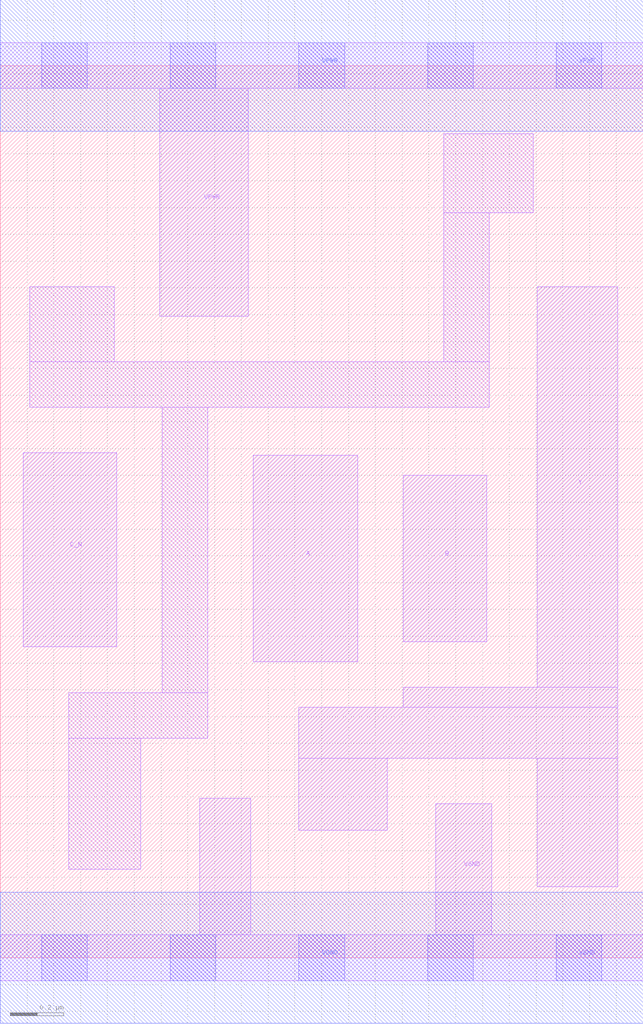
<source format=lef>
# Copyright 2020 The SkyWater PDK Authors
#
# Licensed under the Apache License, Version 2.0 (the "License");
# you may not use this file except in compliance with the License.
# You may obtain a copy of the License at
#
#     https://www.apache.org/licenses/LICENSE-2.0
#
# Unless required by applicable law or agreed to in writing, software
# distributed under the License is distributed on an "AS IS" BASIS,
# WITHOUT WARRANTIES OR CONDITIONS OF ANY KIND, either express or implied.
# See the License for the specific language governing permissions and
# limitations under the License.
#
# SPDX-License-Identifier: Apache-2.0

VERSION 5.7 ;
  NAMESCASESENSITIVE ON ;
  NOWIREEXTENSIONATPIN ON ;
  DIVIDERCHAR "/" ;
  BUSBITCHARS "[]" ;
UNITS
  DATABASE MICRONS 200 ;
END UNITS
MACRO sky130_fd_sc_lp__nor3b_m
  CLASS CORE ;
  SOURCE USER ;
  FOREIGN sky130_fd_sc_lp__nor3b_m ;
  ORIGIN  0.000000  0.000000 ;
  SIZE  2.400000 BY  3.330000 ;
  SYMMETRY X Y R90 ;
  SITE unit ;
  PIN A
    ANTENNAGATEAREA  0.126000 ;
    DIRECTION INPUT ;
    USE SIGNAL ;
    PORT
      LAYER li1 ;
        RECT 0.945000 1.105000 1.335000 1.875000 ;
    END
  END A
  PIN B
    ANTENNAGATEAREA  0.126000 ;
    DIRECTION INPUT ;
    USE SIGNAL ;
    PORT
      LAYER li1 ;
        RECT 1.505000 1.180000 1.815000 1.800000 ;
    END
  END B
  PIN C_N
    ANTENNAGATEAREA  0.126000 ;
    DIRECTION INPUT ;
    USE SIGNAL ;
    PORT
      LAYER li1 ;
        RECT 0.085000 1.160000 0.435000 1.885000 ;
    END
  END C_N
  PIN Y
    ANTENNADIFFAREA  0.340200 ;
    DIRECTION OUTPUT ;
    USE SIGNAL ;
    PORT
      LAYER li1 ;
        RECT 1.115000 0.475000 1.445000 0.745000 ;
        RECT 1.115000 0.745000 2.305000 0.935000 ;
        RECT 1.505000 0.935000 2.305000 1.010000 ;
        RECT 2.005000 0.265000 2.305000 0.745000 ;
        RECT 2.005000 1.010000 2.305000 2.505000 ;
    END
  END Y
  PIN VGND
    DIRECTION INOUT ;
    USE GROUND ;
    PORT
      LAYER li1 ;
        RECT 0.000000 -0.085000 2.400000 0.085000 ;
        RECT 0.745000  0.085000 0.935000 0.595000 ;
        RECT 1.625000  0.085000 1.835000 0.575000 ;
      LAYER mcon ;
        RECT 0.155000 -0.085000 0.325000 0.085000 ;
        RECT 0.635000 -0.085000 0.805000 0.085000 ;
        RECT 1.115000 -0.085000 1.285000 0.085000 ;
        RECT 1.595000 -0.085000 1.765000 0.085000 ;
        RECT 2.075000 -0.085000 2.245000 0.085000 ;
      LAYER met1 ;
        RECT 0.000000 -0.245000 2.400000 0.245000 ;
    END
  END VGND
  PIN VPWR
    DIRECTION INOUT ;
    USE POWER ;
    PORT
      LAYER li1 ;
        RECT 0.000000 3.245000 2.400000 3.415000 ;
        RECT 0.595000 2.395000 0.925000 3.245000 ;
      LAYER mcon ;
        RECT 0.155000 3.245000 0.325000 3.415000 ;
        RECT 0.635000 3.245000 0.805000 3.415000 ;
        RECT 1.115000 3.245000 1.285000 3.415000 ;
        RECT 1.595000 3.245000 1.765000 3.415000 ;
        RECT 2.075000 3.245000 2.245000 3.415000 ;
      LAYER met1 ;
        RECT 0.000000 3.085000 2.400000 3.575000 ;
    END
  END VPWR
  OBS
    LAYER li1 ;
      RECT 0.110000 2.055000 1.825000 2.225000 ;
      RECT 0.110000 2.225000 0.425000 2.505000 ;
      RECT 0.255000 0.330000 0.525000 0.820000 ;
      RECT 0.255000 0.820000 0.775000 0.990000 ;
      RECT 0.605000 0.990000 0.775000 2.055000 ;
      RECT 1.655000 2.225000 1.825000 2.780000 ;
      RECT 1.655000 2.780000 1.990000 3.075000 ;
  END
END sky130_fd_sc_lp__nor3b_m

</source>
